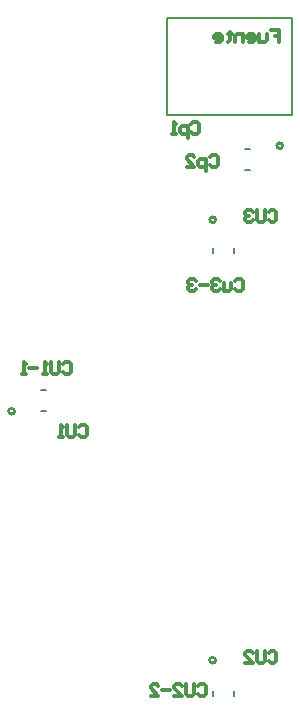
<source format=gbr>
%TF.GenerationSoftware,Altium Limited,Altium Designer,20.0.13 (296)*%
G04 Layer_Color=10066329*
%FSLAX26Y26*%
%MOIN*%
%TF.FileFunction,Legend,Bot*%
%TF.Part,Single*%
G01*
G75*
%TA.AperFunction,NonConductor*%
%ADD41C,0.009842*%
%ADD42C,0.007874*%
%ADD43C,0.011811*%
D41*
X3415354Y3543307D02*
G03*
X3415354Y3543307I-9842J0D01*
G01*
X3414843Y2075000D02*
G03*
X3414843Y2075000I-9842J0D01*
G01*
X3638583Y3790197D02*
G03*
X3638583Y3790197I-9842J0D01*
G01*
X2744843Y2905000D02*
G03*
X2744843Y2905000I-9842J0D01*
G01*
D42*
X3251968Y3893701D02*
Y4216535D01*
Y3893701D02*
X3669291D01*
Y4216535D01*
X3251968D02*
X3669291D01*
X3475709Y3432126D02*
Y3447874D01*
X3404843Y3432126D02*
Y3447874D01*
Y1957126D02*
Y1972874D01*
X3475709Y1957126D02*
Y1972874D01*
X3512992Y3778622D02*
X3528740D01*
X3512992Y3707756D02*
X3528740D01*
X2832402Y2904567D02*
X2848150D01*
X2832402Y2975433D02*
X2848150D01*
D43*
X3599436Y4174797D02*
X3625674D01*
Y4155118D01*
X3612555D01*
X3625674D01*
Y4135439D01*
X3586316Y4161678D02*
Y4141999D01*
X3579757Y4135439D01*
X3560078D01*
Y4161678D01*
X3527280Y4135439D02*
X3540399D01*
X3546959Y4141999D01*
Y4155118D01*
X3540399Y4161678D01*
X3527280D01*
X3520721Y4155118D01*
Y4148559D01*
X3546959D01*
X3507602Y4135439D02*
Y4161678D01*
X3487923D01*
X3481363Y4155118D01*
Y4135439D01*
X3461684Y4168237D02*
Y4161678D01*
X3468244D01*
X3455125D01*
X3461684D01*
Y4141999D01*
X3455125Y4135439D01*
X3415768D02*
X3428887D01*
X3435446Y4141999D01*
Y4155118D01*
X3428887Y4161678D01*
X3415768D01*
X3409208Y4155118D01*
Y4148559D01*
X3435446D01*
X3591514Y3568119D02*
X3598073Y3574679D01*
X3611193D01*
X3617752Y3568119D01*
Y3541881D01*
X3611193Y3535321D01*
X3598073D01*
X3591514Y3541881D01*
X3578395Y3574679D02*
Y3541881D01*
X3571835Y3535321D01*
X3558716D01*
X3552157Y3541881D01*
Y3574679D01*
X3539037Y3568119D02*
X3532478Y3574679D01*
X3519359D01*
X3512799Y3568119D01*
Y3561559D01*
X3519359Y3555000D01*
X3525918D01*
X3519359D01*
X3512799Y3548440D01*
Y3541881D01*
X3519359Y3535321D01*
X3532478D01*
X3539037Y3541881D01*
X3480871Y3338119D02*
X3487431Y3344679D01*
X3500550D01*
X3507110Y3338119D01*
Y3311881D01*
X3500550Y3305321D01*
X3487431D01*
X3480871Y3311881D01*
X3467752Y3331559D02*
Y3311881D01*
X3461193Y3305321D01*
X3441514D01*
Y3331559D01*
X3428395Y3338119D02*
X3421835Y3344679D01*
X3408716D01*
X3402157Y3338119D01*
Y3331559D01*
X3408716Y3325000D01*
X3415276D01*
X3408716D01*
X3402157Y3318440D01*
Y3311881D01*
X3408716Y3305321D01*
X3421835D01*
X3428395Y3311881D01*
X3389037Y3325000D02*
X3362799D01*
X3349680Y3338119D02*
X3343120Y3344679D01*
X3330001D01*
X3323442Y3338119D01*
Y3331559D01*
X3330001Y3325000D01*
X3336561D01*
X3330001D01*
X3323442Y3318440D01*
Y3311881D01*
X3330001Y3305321D01*
X3343120D01*
X3349680Y3311881D01*
X3591514Y2098119D02*
X3598073Y2104679D01*
X3611193D01*
X3617752Y2098119D01*
Y2071881D01*
X3611193Y2065321D01*
X3598073D01*
X3591514Y2071881D01*
X3578395Y2104679D02*
Y2071881D01*
X3571835Y2065321D01*
X3558716D01*
X3552157Y2071881D01*
Y2104679D01*
X3512799Y2065321D02*
X3539037D01*
X3512799Y2091559D01*
Y2098119D01*
X3519359Y2104679D01*
X3532478D01*
X3539037Y2098119D01*
X3355871Y1988119D02*
X3362431Y1994679D01*
X3375550D01*
X3382110Y1988119D01*
Y1961881D01*
X3375550Y1955321D01*
X3362431D01*
X3355871Y1961881D01*
X3342752Y1994679D02*
Y1961881D01*
X3336193Y1955321D01*
X3323073D01*
X3316514Y1961881D01*
Y1994679D01*
X3277157Y1955321D02*
X3303395D01*
X3277157Y1981560D01*
Y1988119D01*
X3283716Y1994679D01*
X3296835D01*
X3303395Y1988119D01*
X3264037Y1975000D02*
X3237799D01*
X3198442Y1955321D02*
X3224680D01*
X3198442Y1981560D01*
Y1988119D01*
X3205001Y1994679D01*
X3218120D01*
X3224680Y1988119D01*
X2959954Y2853119D02*
X2966514Y2859679D01*
X2979633D01*
X2986193Y2853119D01*
Y2826881D01*
X2979633Y2820321D01*
X2966514D01*
X2959954Y2826881D01*
X2946835Y2859679D02*
Y2826881D01*
X2940276Y2820321D01*
X2927156D01*
X2920597Y2826881D01*
Y2859679D01*
X2907478Y2820321D02*
X2894359D01*
X2900918D01*
Y2859679D01*
X2907478Y2853119D01*
X2906032Y3063119D02*
X2912591Y3069679D01*
X2925711D01*
X2932270Y3063119D01*
Y3036881D01*
X2925711Y3030321D01*
X2912591D01*
X2906032Y3036881D01*
X2892913Y3069679D02*
Y3036881D01*
X2886353Y3030321D01*
X2873234D01*
X2866675Y3036881D01*
Y3069679D01*
X2853555Y3030321D02*
X2840436D01*
X2846996D01*
Y3069679D01*
X2853555Y3063119D01*
X2820758Y3050000D02*
X2794519D01*
X2781400Y3030321D02*
X2768281D01*
X2774840D01*
Y3069679D01*
X2781400Y3063119D01*
X3397104Y3752868D02*
X3403664Y3759427D01*
X3416783D01*
X3423343Y3752868D01*
Y3726630D01*
X3416783Y3720070D01*
X3403664D01*
X3397104Y3726630D01*
X3383985Y3706951D02*
Y3746308D01*
X3364307D01*
X3357747Y3739749D01*
Y3726630D01*
X3364307Y3720070D01*
X3383985D01*
X3318390D02*
X3344628D01*
X3318390Y3746308D01*
Y3752868D01*
X3324949Y3759427D01*
X3338068D01*
X3344628Y3752868D01*
X3334639Y3862198D02*
X3341199Y3868758D01*
X3354318D01*
X3360878Y3862198D01*
Y3835960D01*
X3354318Y3829401D01*
X3341199D01*
X3334639Y3835960D01*
X3321520Y3816282D02*
Y3855639D01*
X3301841D01*
X3295282Y3849079D01*
Y3835960D01*
X3301841Y3829401D01*
X3321520D01*
X3282163D02*
X3269044D01*
X3275603D01*
Y3868758D01*
X3282163Y3862198D01*
%TF.MD5,1a31847c5c4a5556eee9d9d1eb6918e3*%
M02*

</source>
